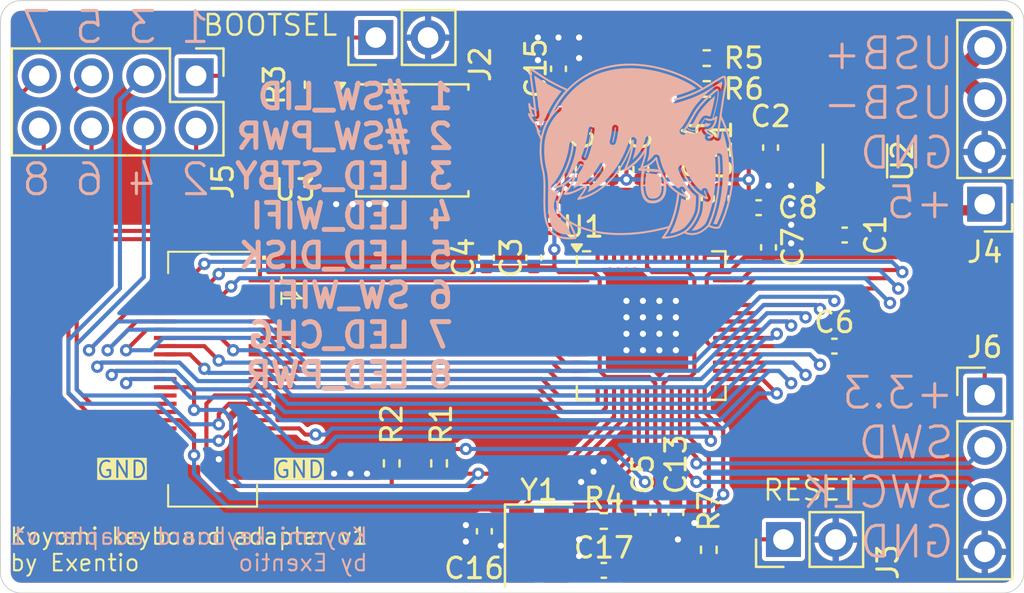
<source format=kicad_pcb>
(kicad_pcb (version 20240108) (generator "pcbnew") (generator_version "8.0")
  (layers (0 "F.Cu" signal) (31 "B.Cu" signal) (34 "B.Paste" user) (35 "F.Paste" user) (36 "B.SilkS" user "B.Silkscreen") (37 "F.SilkS" user "F.Silkscreen") (38 "B.Mask" user) (39 "F.Mask" user) (44 "Edge.Cuts" user))
  (net 0 "")
  (net 1 "GND")
  (net 2 "VBUS")
  (net 3 "+3V3")
  (net 4 "+1V1")
  (net 5 "XIN")
  (net 6 "Net-(C17-Pad1)")
  (net 7 "COL9")
  (net 8 "COL4")
  (net 9 "ROW6")
  (net 10 "COL13")
  (net 11 "COL11")
  (net 12 "ROW1")
  (net 13 "LED_PWR")
  (net 14 "SW_SP1")
  (net 15 "COL3")
  (net 16 "ROW2")
  (net 17 "SW_SP0")
  (net 18 "COL8")
  (net 19 "COL2")
  (net 20 "COL7")
  (net 21 "ROW0")
  (net 22 "SW_WIFI")
  (net 23 "LED_NUM")
  (net 24 "COL1")
  (net 25 "COL5")
  (net 26 "COL0")
  (net 27 "COL12")
  (net 28 "LED_SCRL")
  (net 29 "COL6")
  (net 30 "ROW4")
  (net 31 "LED_DISK")
  (net 32 "ROW7")
  (net 33 "COL14")
  (net 34 "LED_STBY")
  (net 35 "SW_LID")
  (net 36 "PS2_CLK")
  (net 37 "LED_WIFI")
  (net 39 "LED_CHG")
  (net 40 "SW_PWR")
  (net 41 "ROW3")
  (net 42 "ROW5")
  (net 43 "PS2_DAT")
  (net 44 "COL10")
  (net 45 "LED_CAPS")
  (net 46 "Net-(J2-Pin_1)")
  (net 47 "RUN")
  (net 48 "USB_DP")
  (net 49 "SWCLK")
  (net 50 "SWD")
  (net 51 "QSPI_SS")
  (net 52 "XOUT")
  (net 53 "Net-(U1-USB_DP)")
  (net 54 "Net-(U1-USB_DM)")
  (net 55 "QSPI_SD0")
  (net 56 "QSPI_SD3")
  (net 57 "QSPI_SD2")
  (net 58 "QSPI_SCLK")
  (net 59 "QSPI_SD1")
  (net 61 "USB_DN")
  (footprint "Capacitor_SMD:C_0402_1005Metric" (layer "F.Cu") (at 41.9 20.4 90)
    (property "Reference" "C10")
    (property "Value" "100nF" (hide yes))
  )
  (footprint "Connector_PinHeader_2.54mm:PinHeader_2x04_P2.54mm_Vertical" (layer "F.Cu") (at 21.7 15.86 -90)
    (property "Reference" "J5")
    (property "Value" "BREAKOUT" (hide yes))
  )
  (footprint "Capacitor_SMD:C_0402_1005Metric" (layer "F.Cu") (at 39.3 15.52 90)
    (property "Reference" "C15")
    (property "Value" "100nF" (hide yes))
  )
  (footprint "Package_TO_SOT_SMD:SOT-23-5" (layer "F.Cu") (at 53.7 20 90)
    (property "Reference" "U2")
    (property "Value" "AP2112K-3.3" (hide yes))
  )
  (footprint "Resistor_SMD:R_0402_1005Metric" (layer "F.Cu") (at 26.6 16.29 -90)
    (property "Reference" "R3")
    (property "Value" "4.7K" (hide yes))
  )
  (footprint "Package_DFN_QFN:QFN-56-1EP_7x7mm_P0.4mm_EP3.2x3.2mm" (layer "F.Cu") (at 43.8 28)
    (property "Reference" "U1")
    (property "Value" "RP2040" (hide yes))
  )
  (footprint "Capacitor_SMD:C_0402_1005Metric" (layer "F.Cu") (at 45.9 21.8 90)
    (property "Reference" "C14")
    (property "Value" "1uF" (hide yes))
  )
  (footprint "Capacitor_SMD:C_0402_1005Metric" (layer "F.Cu") (at 49.02 22.27)
    (property "Reference" "C8")
    (property "Value" "100nF" (hide yes))
  )
  (footprint "Crystal:Crystal_SMD_3225-4Pin_3.2x2.5mm" (layer "F.Cu") (at 38.35 38.7 -90)
    (property "Reference" "Y1")
    (property "Value" "ABM8-272-T3" (hide yes))
  )
  (footprint "Capacitor_SMD:C_0402_1005Metric" (layer "F.Cu") (at 47.2 21.82 90)
    (property "Reference" "C11")
    (property "Value" "1uF" (hide yes))
  )
  (footprint "Capacitor_SMD:C_0402_1005Metric" (layer "F.Cu") (at 40.5 20.38 90)
    (property "Reference" "C12")
    (property "Value" "100nF" (hide yes))
  )
  (footprint "Capacitor_SMD:C_0402_1005Metric" (layer "F.Cu") (at 38.1 24.7 90)
    (property "Reference" "C3")
    (property "Value" "100nF" (hide yes))
  )
  (footprint "Capacitor_SMD:C_0402_1005Metric" (layer "F.Cu") (at 53.2 23.6)
    (property "Reference" "C1")
    (property "Value" "1uF" (hide yes))
  )
  (footprint "Capacitor_SMD:C_0402_1005Metric" (layer "F.Cu") (at 45 37.1 -90)
    (property "Reference" "C13")
    (property "Value" "100nF" (hide yes))
  )
  (footprint "Resistor_SMD:R_0402_1005Metric" (layer "F.Cu") (at 46.6 38.9 -90)
    (property "Reference" "R7")
    (property "Value" "4.7K" (hide yes))
  )
  (footprint "Resistor_SMD:R_0402_1005Metric" (layer "F.Cu") (at 46.5 15)
    (property "Reference" "R5")
    (property "Value" "27" (hide yes))
  )
  (footprint "Capacitor_SMD:C_0402_1005Metric" (layer "F.Cu") (at 49.6 19.35 -90)
    (property "Reference" "C2")
    (property "Value" "1uF" (hide yes))
  )
  (footprint "Package_SO:SOIC-8_5.23x5.23mm_P1.27mm" (layer "F.Cu") (at 32.2 19)
    (property "Reference" "U3")
    (property "Value" "W25Q128JVS" (hide yes))
  )
  (footprint "Capacitor_SMD:C_0402_1005Metric" (layer "F.Cu") (at 43.3 20.4 90)
    (property "Reference" "C9")
    (property "Value" "100nF" (hide yes))
  )
  (footprint "Capacitor_SMD:C_0402_1005Metric" (layer "F.Cu") (at 52.7 29)
    (property "Reference" "C6")
    (property "Value" "100nF" (hide yes))
  )
  (footprint "Connector_PinHeader_2.54mm:PinHeader_1x02_P2.54mm_Vertical" (layer "F.Cu") (at 50.225 38.4 90)
    (property "Reference" "J3")
    (property "Value" "RUN" (hide yes))
  )
  (footprint "AXK750147G:AXK750147G_VAIO-P" (layer "F.Cu") (at 22.4999 30.6 -90)
    (property "Reference" "J1")
    (property "Value" "AXK750147G_VAIO-P" (hide yes))
  )
  (footprint "Resistor_SMD:R_0402_1005Metric" (layer "F.Cu") (at 46.5 16.5)
    (property "Reference" "R6")
    (property "Value" "27" (hide yes))
  )
  (footprint "Capacitor_SMD:C_0402_1005Metric" (layer "F.Cu") (at 49.5 24.2 90)
    (property "Reference" "C7")
    (property "Value" "100nF" (hide yes))
  )
  (footprint "Connector_PinHeader_2.54mm:PinHeader_1x02_P2.54mm_Vertical" (layer "F.Cu") (at 30.425 14 90)
    (property "Reference" "J2")
    (property "Value" "BOOTSEL" (hide yes))
  )
  (footprint "Capacitor_SMD:C_0402_1005Metric" (layer "F.Cu") (at 35.8 24.7 90)
    (property "Reference" "C4")
    (property "Value" "100nF" (hide yes))
  )
  (footprint "Resistor_SMD:R_0402_1005Metric" (layer "F.Cu") (at 31.2 34.7 -90)
    (property "Reference" "R2")
    (property "Value" "4.7K" (hide yes))
  )
  (footprint "Capacitor_SMD:C_0402_1005Metric" (layer "F.Cu") (at 43.4 37.1 -90)
    (property "Reference" "C5")
    (property "Value" "100nF" (hide yes))
  )
  (footprint "Connector_PinHeader_2.54mm:PinHeader_1x04_P2.54mm_Vertical" (layer "F.Cu") (at 60 31.38)
    (property "Reference" "J6")
    (property "Value" "SWD" (hide yes))
  )
  (footprint "Capacitor_SMD:C_0402_1005Metric" (layer "F.Cu") (at 35.7 38 -90)
    (property "Reference" "C16")
    (property "Value" "15pF" (hide yes))
  )
  (footprint "Resistor_SMD:R_0402_1005Metric" (layer "F.Cu") (at 41.5 37.5)
    (property "Reference" "R4")
    (property "Value" "4.7K" (hide yes))
  )
  (footprint "Resistor_SMD:R_0402_1005Metric" (layer "F.Cu") (at 33.5 34.7 90)
    (property "Reference" "R1")
    (property "Value" "4.7K" (hide yes))
  )
  (footprint "Capacitor_SMD:C_0402_1005Metric" (layer "F.Cu") (at 41.5 39.9)
    (property "Reference" "C17")
    (property "Value" "15pF" (hide yes))
  )
  (footprint "Connector_PinHeader_2.54mm:PinHeader_1x04_P2.54mm_Vertical" (layer "F.Cu") (at 60 22.1 180)
    (property "Reference" "J4")
    (property "Value" "USB" (hide yes))
  )
  (footprint "exentio_art:exentio_blob_nocopper" (layer "B.Cu") (at 42.8 19.5 180)
    (property "Reference" "REF**" (hide yes))
    (property "Value" "blob" (hide yes))
  )
  (gr_line (start 13.2 12.2) (end 60.9 12.2) (stroke (width 0.05)) (layer "Edge.Cuts"))
  (gr_line (start 60.9 41) (end 13.2 41) (stroke (width 0.05)) (layer "Edge.Cuts"))
  (gr_arc (start 60.9 12.2) (mid 61.607107 12.492893) (end 61.9 13.2) (stroke (width 0.05)) (layer "Edge.Cuts"))
  (gr_line (start 12.2 40) (end 12.2 13.2) (stroke (width 0.05)) (layer "Edge.Cuts"))
  (gr_line (start 61.9 13.2) (end 61.9 40) (stroke (width 0.05)) (layer "Edge.Cuts"))
  (gr_arc (start 61.9 40) (mid 61.607107 40.707107) (end 60.9 41) (stroke (width 0.05)) (layer "Edge.Cuts"))
  (gr_arc (start 13.2 41) (mid 12.492893 40.707107) (end 12.2 40) (stroke (width 0.05)) (layer "Edge.Cuts"))
  (gr_arc (start 12.2 13.2) (mid 12.492893 12.492893) (end 13.2 12.2) (stroke (width 0.05)) (layer "Edge.Cuts"))
  (gr_text "1 3 5 7" (at 17.8 13.5 0) (layer "B.SilkS") (effects (font (size 1.5 1.5)) (justify mirror)))
  (gr_text "USB+\nUSB-\nGND\n+5" (at 58.6 22.9 0) (layer "B.SilkS") (effects (font (size 1.5 1.5)) (justify left bottom mirror)))
  (gr_text "2 4 6 8" (at 17.8 20.9 0) (layer "B.SilkS") (effects (font (size 1.5 1.5)) (justify mirror)))
  (gr_text "Koyomi keyboard adapter v1\nby Exentio" (at 30.1 40 0) (layer "B.SilkS") (effects (font (size 0.8 0.8) (thickness 0.1)) (justify left bottom mirror)))
  (gr_text "1 #SW_LID\n2 #SW_PWR\n3 LED_STBY\n4 LED_WIFI\n5 LED_DISK\n6 SW_WIFI\n7 LED_CHG\n8 LED_PWR" (at 34.3 31.1 0) (layer "B.SilkS") (effects (font (size 1.2 1.2) (thickness 0.24) (bold yes)) (justify left bottom mirror)))
  (gr_text "+3.3\nSWD\nSWCLK\nGND" (at 58.6 39.4 0) (layer "B.SilkS") (effects (font (size 1.5 1.5)) (justify left bottom mirror)))
  (gr_text "GND" (at 26.7 35 0) (layer "F.SilkS" knockout) (effects (font (size 0.8 0.8) (thickness 0.1))))
  (gr_text "RESET" (at 51.5 36 0) (layer "F.SilkS") (effects (font (size 1 1) (thickness 0.12))))
  (gr_text "GND" (at 18.1 35 0) (layer "F.SilkS" knockout) (effects (font (size 0.8 0.8) (thickness 0.1))))
  (gr_text "Koyomi keyboard adapter v1\nby Exentio" (at 12.6 40 0) (layer "F.SilkS") (effects (font (size 0.8 0.8) (thickness 0.1)) (justify left bottom)))
  (gr_text "BOOTSEL" (at 25.3 13.4 0) (layer "F.SilkS") (effects (font (size 1 1) (thickness 0.12))))
  (segment (start 39.3 37.1) (end 39.2 37) (width 0.2) (layer "F.Cu") (net 1))
  (via (at 45.1 38.4) (size 0.6) (drill 0.3) (layers "F.Cu" "B.Cu") (net 1))
  (via (at 40.4 35.6) (size 0.6) (drill 0.3) (layers "F.Cu" "B.Cu") (net 1))
  (via (at 50.6 23.1) (size 0.6) (drill 0.3) (layers "F.Cu" "B.Cu") (net 1))
  (via (at 30 35.2) (size 0.6) (drill 0.3) (layers "F.Cu" "B.Cu") (net 1))
  (via (at 30.9 22.1) (size 0.6) (drill 0.3) (layers "F.Cu" "B.Cu") (net 1))
  (via (at 30.1 22.1) (size 0.6) (drill 0.3) (layers "F.Cu" "B.Cu") (net 1))
  (via (at 50.6 24) (size 0.6) (drill 0.3) (layers "F.Cu" "B.Cu") (net 1))
  (via (at 41.5 34.6) (size 0.6) (drill 0.3) (layers "F.Cu" "B.Cu") (net 1))
  (via (at 38.3 14) (size 0.6) (drill 0.3) (layers "F.Cu" "B.Cu") (net 1))
  (via (at 49.5 21.2) (size 0.6) (drill 0.3) (layers "F.Cu" "B.Cu") (net 1))
  (via (at 42.6 28.4) (size 0.6) (drill 0.3) (layers "F.Cu" "B.Cu") (net 1))
  (via (at 43.4 27.6) (size 0.6) (drill 0.3) (layers "F.Cu" "B.Cu") (net 1))
  (via (at 43.4 28.4) (size 0.6) (drill 0.3) (layers "F.Cu" "B.Cu") (net 1))
  (via (at 43.4 26.8) (size 0.6) (drill 0.3) (layers "F.Cu" "B.Cu") (net 1))
  (via (at 29.2 35.2) (size 0.6) (drill 0.3) (layers "F.Cu" "B.Cu") (net 1))
  (via (at 43.4 29.2) (size 0.6) (drill 0.3) (layers "F.Cu" "B.Cu") (net 1))
  (via (at 28.5 22.1) (size 0.6) (drill 0.3) (layers "F.Cu" "B.Cu") (net 1))
  (via (at 34.8 37.7) (size 0.6) (drill 0.3) (layers "F.Cu" "B.Cu") (net 1))
  (via (at 44.2 28.4) (size 0.6) (drill 0.3) (layers "F.Cu" "B.Cu") (net 1))
  (via (at 38.3 15.1) (size 0.6) (drill 0.3) (layers "F.Cu" "B.Cu") (net 1))
  (via (at 45.9 37.6) (size 0.6) (drill 0.3) (layers "F.Cu" "B.Cu") (net 1))
  (via (at 40.3 14) (size 0.6) (drill 0.3) (layers "F.Cu" "B.Cu") (net 1))
  (via (at 45 26.8) (size 0.6) (drill 0.3) (layers "F.Cu" "B.Cu") (net 1))
  (via (at 45 28.4) (size 0.6) (drill 0.3) (layers "F.Cu" "B.Cu") (net 1))
  (via (at 36.5 38.7) (size 0.6) (drill 0.3) (layers "F.Cu" "B.Cu") (net 1))
  (via (at 42.6 26.8) (size 0.6) (drill 0.3) (layers "F.Cu" "B.Cu") (net 1))
  (via (at 45 27.6) (size 0.6) (drill 0.3) (layers "F.Cu" "B.Cu") (net 1))
  (via (at 41 35.1) (size 0.6) (drill 0.3) (layers "F.Cu" "B.Cu") (net 1))
  (via (at 50.6 22.1) (size 0.6) (drill 0.3) (layers "F.Cu" "B.Cu") (net 1))
  (via (at 42.6 29.2) (size 0.6) (drill 0.3) (layers "F.Cu" "B.Cu") (net 1))
  (via (at 28.4 35.2) (size 0.6) (drill 0.3) (layers "F.Cu" "B.Cu") (net 1))
  (via (at 39.3 14) (size 0.6) (drill 0.3) (layers "F.Cu" "B.Cu") (net 1))
  (via (at 44.2 26.8) (size 0.6) (drill 0.3) (layers "F.Cu" "B.Cu") (net 1))
  (via (at 42.6 27.6) (size 0.6) (drill 0.3) (layers "F.Cu" "B.Cu") (net 1))
  (via (at 50.6 21.2) (size 0.6) (drill 0.3) (layers "F.Cu" "B.Cu") (net 1))
  (via (at 44.2 29.2) (size 0.6) (drill 0.3) (layers "F.Cu" "B.Cu") (net 1))
  (via (at 40.3 38.4) (size 0.6) (drill 0.3) (layers "F.Cu" "B.Cu") (net 1))
  (via (at 45 29.2) (size 0.6) (drill 0.3) (layers "F.Cu" "B.Cu") (net 1))
  (via (at 44.2 27.6) (size 0.6) (drill 0.3) (layers "F.Cu" "B.Cu") (net 1))
  (via (at 22.8 34.5) (size 0.6) (drill 0.3) (layers "F.Cu" "B.Cu") (net 1))
  (via (at 40.3 15) (size 0.6) (drill 0.3) (layers "F.Cu" "B.Cu") (net 1))
  (via (at 29.3 22.1) (size 0.6) (drill 0.3) (layers "F.Cu" "B.Cu") (net 1))
  (via (at 40.3 39.2) (size 0.6) (drill 0.3) (layers "F.Cu" "B.Cu") (net 1))
  (via (at 34.8 38.5) (size 0.6) (drill 0.3) (layers "F.Cu" "B.Cu") (net 1))
  (segment (start 52.72 22.4) (end 52.72 21.1675) (width 0.5) (layer "F.Cu") (net 2))
  (segment (start 54.1 22.4) (end 52.72 22.4) (width 0.5) (layer "F.Cu") (net 2))
  (segment (start 54.1 22.4) (end 59.78 22.4) (width 0.5) (layer "F.Cu") (net 2))
  (segment (start 52.72 23.6) (end 52.72 22.4) (width 0.5) (layer "F.Cu") (net 2))
  (segment (start 59.78 22.4) (end 60 22.18) (width 0.5) (layer "F.Cu") (net 2))
  (segment (start 54.65 21.1375) (end 54.65 22.4) (width 0.5) (layer "F.Cu") (net 2))
  (segment (start 54.4 22.4) (end 54.1 22.4) (width 0.5) (layer "F.Cu") (net 2))
  (segment (start 44 31.4375) (end 44 35.6) (width 0.2) (layer "F.Cu") (net 3))
  (segment (start 40.3625 25.4) (end 41 25.4) (width 0.2) (layer "F.Cu") (net 3))
  (segment (start 47.1 22.3) (end 48.51 22.3) (width 0.2) (layer "F.Cu") (net 3))
  (segment (start 47.2375 25.4) (end 47.6 25.4) (width 0.2) (layer "F.Cu") (net 3))
  (segment (start 43.3 21.3) (end 43.3 20.88) (width 0.2) (layer "F.Cu") (net 3))
  (segment (start 44 35.6) (end 43.5 35.6) (width 0.2) (layer "F.Cu") (net 3))
  (segment (start 39.32 25.4) (end 39.1 25.18) (width 0.2) (layer "F.Cu") (net 3))
  (segment (start 28.8 34.6) (end 29.2 34.2) (width 0.2) (layer "F.Cu") (net 3))
  (segment (start 46.49 39.3) (end 46.6 39.41) (width 0.2) (layer "F.Cu") (net 3))
  (segment (start 34.29 34) (end 34.8 34) (width 0.2) (layer "F.Cu") (net 3))
  (segment (start 44 36.02) (end 43.4 36.62) (width 0.2) (layer "F.Cu") (net 3))
  (segment (start 60 28.2) (end 60 31.38) (width 0.2) (layer "F.Cu") (net 3))
  (segment (start 44 31.4375) (end 44 30.8) (width 0.2) (layer "F.Cu") (net 3))
  (segment (start 42.6 18.2) (end 41.495 17.095) (width 0.2) (layer "F.Cu") (net 3))
  (segment (start 43.7 30.5) (end 41.6 30.5) (width 0.2) (layer "F.Cu") (net 3))
  (segment (start 29.2 34.2) (end 34.09 34.2) (width 0.2) (layer "F.Cu") (net 3))
  (segment (start 42.1 21.4) (end 42.8 21.4) (width 0.2) (layer "F.Cu") (net 3))
  (segment (start 48.54 23.26) (end 48.54 22.27) (width 0.2) (layer "F.Cu") (net 3))
  (segment (start 49.13 18.87) (end 49.6 18.87) (width 0.2) (layer "F.Cu") (net 3))
  (segment (start 47.2375 29) (end 52.22 29) (width 0.2) (layer "F.Cu") (net 3))
  (segment (start 44 35.7) (end 44 36.02) (width 0.2) (layer "F.Cu") (net 3))
  (segment (start 44.2 36.7) (end 44.2 38.5) (width 0.2) (layer "F.Cu") (net 3))
  (segment (start 48.54 20.9) (end 48.54 19.46) (width 0.2) (layer "F.Cu") (net 3))
  (segment (start 42.58 20.88) (end 41.9 20.88) (width 0.2) (layer "F.Cu") (net 3))
  (segment (start 48.51 22.3) (end 48.54 22.27) (width 0.2) (layer "F.Cu") (net 3))
  (segment (start 44.4 22.4) (end 44.4 24.5625) (width 0.2) (layer "F.Cu") (net 3))
  (segment (start 34.09 34.2) (end 34.29 34) (width 0.2) (layer "F.Cu") (net 3))
  (segment (start 44 36.5) (end 44.2 36.7) (width 0.2) (layer "F.Cu") (net 3))
  (segment (start 41.495 17.095) (end 39.3 17.095) (width 0.2) (layer "F.Cu") (net 3))
  (segment (start 47.2375 25.4) (end 47.2375 24.5625) (width 0.2) (layer "F.Cu") (net 3))
  (segment (start 42.62 20.88) (end 42.6 20.9) (width 0.2) (layer "F.Cu") (net 3))
  (segment (start 48.54 19.46) (end 49.13 18.87) (width 0.2) (layer "F.Cu") (net 3))
  (segment (start 56.48 24.68) (end 60 28.2) (width 0.2) (layer "F.Cu") (net 3))
  (segment (start 24.8 34.2) (end 25.6 34.2) (width 0.2) (layer "F.Cu") (net 3))
  (segment (start 39.1 25.18) (end 38.1 25.18) (width 0.2) (layer "F.Cu") (net 3))
  (segment (start 47.6 25.4) (end 48.32 24.68) (width 0.2) (layer "F.Cu") (net 3))
  (segment (start 38.1 25.18) (end 35.8 25.18) (width 0.2) (layer "F.Cu") (net 3))
  (segment (start 39.1 24.3) (end 39.1 25.18) (width 0.2) (layer "F.Cu") (net 3))
  (segment (start 42.6 20.9) (end 42.58 20.88) (width 0.2) (layer "F.Cu") (net 3))
  (segment (start 48.6 22.33) (end 48.54 22.27) (width 0.2) (layer "F.Cu") (net 3))
  (segment (start 45 39.3) (end 46.49 39.3) (width 0.2) (layer "F.Cu") (net 3))
  (segment (start 49.6075 18.8625) (end 49.6 18.87) (width 0.5) (layer "F.Cu") (net 3))
  (segment (start 39.3 17.095) (end 38.3 17.095) (width 0.2) (layer "F.Cu") (net 3))
  (segment (start 44 30.8) (end 43.7 30.5) (width 0.2) (layer "F.Cu") (net 3))
  (segment (start 46 23.4) (end 47.1 22.3) (width 0.2) (layer "F.Cu") (net 3))
  (segment (start 41 25.4) (end 41.3 25.7) (width 0.2) (layer "F.Cu") (net 3))
  (segment (start 42.6 20.9) (end 42.6 18.2) (width 0.2) (layer "F.Cu") (net 3))
  (segment (start 44.4 22.4) (end 43.3 21.3) (width 0.2) (layer "F.Cu") (net 3))
  (segment (start 41.9 21.2) (end 42.1 21.4) (width 0.2) (layer "F.Cu") (net 3))
  (segment (start 47.2375 25.4) (end 46.70364 25.4) (width 0.2) (layer "F.Cu") (net 3))
  (segment (start 46.5 25.60364) (end 46.5 28.79636) (width 0.2) (layer "F.Cu") (net 3))
  (segment (start 46.70364 29) (end 47.2375 29) (width 0.2) (layer "F.Cu") (net 3))
  (segment (start 39.3 16) (end 39.3 17.095) (width 0.2) (layer "F.Cu") (net 3))
  (segment (start 41.9 20.88) (end 41.9 21.2) (width 0.2) (layer "F.Cu") (net 3))
  (segment (start 40.3625 25.4) (end 39.32 25.4) (width 0.2) (layer "F.Cu") (net 3))
  (segment (start 44 24.5625) (end 44 22.6) (width 0.2) (layer "F.Cu") (net 3))
  (segment (start 41.3 25.7) (end 41.3 29.3) (width 0.2) (layer "F.Cu") (net 3))
  (segment (start 41.3 29) (end 40.3625 29) (width 0.2) (layer "F.Cu") (net 3))
  (segment (start 38.3 17.095) (end 35.8 17.095) (width 0.2) (layer "F.Cu") (net 3))
  (segment (start 44.2 38.5) (end 45 39.3) (width 0.2) (layer "F.Cu") (net 3))
  (segment (start 47.2375 24.5625) (end 48.54 23.26) (width 0.2) (layer "F.Cu") (net 3))
  (segment (start 25.6 34.2) (end 26 34.6) (width 0.2) (layer "F.Cu") (net 3))
  (segment (start 49.5 24.68) (end 56.48 24.68) (width 0.2) (layer "F.Cu") (net 3))
  (segment (start 52.75 18.8625) (end 49.6075 18.8625) (width 0.5) (layer "F.Cu") (net 3))
  (segment (start 46 24.5625) (end 46 23.4) (width 0.2) (layer "F.Cu") (net 3))
  (segment (start 46.4 24.5625) (end 47.2375 24.5625) (width 0.2) (layer "F.Cu") (net 3))
  (segment (start 48.32 24.68) (end 49.5 24.68) (width 0.2) (layer "F.Cu") (net 3))
  (segment (start 41.6 30.5) (end 41.45 30.35) (width 0.2) (layer "F.Cu") (net 3))
  (segment (start 42.8 21.4) (end 44 22.6) (width 0.2) (layer "F.Cu") (net 3))
  (segment (start 26 34.6) (end 28.8 34.6) (width 0.2) (layer "F.Cu") (net 3))
  (segment (start 24.8 33.8) (end 24.8 34.2) (width 0.2) (layer "F.Cu") (net 3))
  (segment (start 41.3 29.3) (end 41.3 29) (width 0.2) (layer "F.Cu") (net 3))
  (segment (start 44 35.6) (end 44 35.7) (width 0.2) (layer "F.Cu") (net 3))
  (segment (start 48.54 20.9) (end 48.54 22.27) (width 0.2) (layer "F.Cu") (net 3))
  (segment (start 41.3 30.2) (end 41.3 29.3) (width 0.2) (layer "F.Cu") (net 3))
  (segment (start 46.5 28.79636) (end 46.70364 29) (width 0.2) (layer "F.Cu") (net 3))
  (segment (start 41.45 30.35) (end 41.3 30.2) (width 0.2) (layer "F.Cu") (net 3))
  (segment (start 43.3 20.88) (end 42.62 20.88) (width 0.2) (layer "F.Cu") (net 3))
  (segment (start 44 35.7) (end 44 36.5) (width 0.2) (layer "F.Cu") (net 3))
  (segment (start 46.70364 25.4) (end 46.5 25.60364) (width 0.2) (layer "F.Cu") (net 3))
  (via (at 34.8 34) (size 0.6) (drill 0.3) (layers "F.Cu" "B.Cu") (net 3))
  (via (at 43.5 35.6) (size 0.6) (drill 0.3) (layers "F.Cu" "B.Cu") (net 3))
  (via (at 48.54 20.9) (size 0.6) (drill 0.3) (layers "F.Cu" "B.Cu") (net 3))
  (via (at 39.1 24.3) (size 0.6) (drill 0.3) (layers "F.Cu" "B.Cu") (net 3))
  (via (at 42.6 20.9) (size 0.6) (drill 0.3) (layers "F.Cu" "B.Cu") (net 3))
  (segment (start 41.9 34) (end 43.5 35.6) (width 0.2) (layer "B.Cu") (net 3))
  (segment (start 48.54 20.9) (end 42.6 20.9) (width 0.2) (layer "B.Cu") (net 3))
  (segment (start 39.1 21.6) (end 39.8 20.9) (width 0.2) (layer "B.Cu") (net 3))
  (segment (start 34.8 34) (end 41.9 34) (width 0.2) (layer "B.Cu") (net 3))
  (segment (start 39.1 24.3) (end 39.1 21.6) (width 0.2) (layer "B.Cu") (net 3))
  (segment (start 39.8 20.9) (end 42.6 20.9) (width 0.2) (layer "B.Cu") (net 3))
  (segment (start 44.7 30.5) (end 45.7 30.5) (width 0.2) (layer "F.Cu") (net 4))
  (segment (start 44.4 31.4375) (end 44.4 36.02) (width 0.2) (layer "F.Cu") (net 4))
  (segment (start 43.6 25.14818) (end 43.85182 25.4) (width 0.2) (layer "F.Cu") (net 4))
  (segment (start 45.6 22.38) (end 45.7 22.28) (width 0.2) (layer "F.Cu") (net 4))
  (segment (start 43.6 22.8) (end 42.6 21.8) (width 0.2) (layer "F.Cu") (net 4))
  (segment (start 44.4 31.4375) (end 44.4 30.8) (width 0.2) (layer "F.Cu") (net 4))
  (segment (start 41.6 21.8) (end 40.58 20.78) (width 0.2) (layer "F.Cu") (net 4))
  (segment (start 45.6 25.4) (end 45.6 24.5625) (width 0.2) (layer "F.Cu") (net 4))
  (segment (start 43.6 24.5625) (end 43.6 25.14818) (width 0.2) (layer "F.Cu") (net 4))
  (segment (start 45.9 30.3) (end 45.9 25.7) (width 0.2) (layer "F.Cu") (net 4))
  (segment (start 43.85182 25.4) (end 45.6 25.4) (width 0.2) (layer "F.Cu") (net 4))
  (segment (start 45.9 25.7) (end 45.6 25.4) (width 0.2) (layer "F.Cu") (net 4))
  (segment (start 45.6 24.5625) (end 45.6 22.38) (width 0.2) (layer "F.Cu") (net 4))
  (segment (start 43.6 24.5625) (end 43.6 22.8) (width 0.2) (layer "F.Cu") (net 4))
  (segment (start 42.6 21.8) (end 41.6 21.8) (width 0.2) (layer "F.Cu") (net 4))
  (segment (start 44.4 30.8) (end 44.7 30.5) (width 0.2) (layer "F.Cu") (net 4))
  (segment (start 44.4 36.02) (end 45 36.62) (width 0.2) (layer "F.Cu") (net 4))
  (segment (start 45.7 30.5) (end 45.9 30.3) (width 0.2) (layer "F.Cu") (net 4))
  (segment (start 40.9 36.3) (end 38.1 36.3) (width 0.2) (layer "F.Cu") (net 5))
  (segment (start 43.2 31.4375) (end 43.2 34) (width 0.2) (layer "F.Cu") (net 5))
  (segment (start 35.7 37.4) (end 37.3 37.4) (width 0.2) (layer "F.Cu") (net 5))
  (segment (start 43.2 34) (end 40.9 36.3) (width 0.2) (layer "F.Cu") (net 5))
  (segment (start 37.5 36.9) (end 37.5 37.6) (width 0.2) (layer "F.Cu") (net 5))
  (segment (start 38.1 36.3) (end 37.5 36.9) (width 0.2) (layer "F.Cu") (net 5))
  (segment (start 40.99 37.5) (end 40.99 39.87) (width 0.2) (layer "F.Cu") (net 6))
  (segment (start 41.02 39.9) (end 39.3 39.9) (width 0.2) (layer "F.Cu") (net 6))
  (segment (start 40.3625 30.6) (end 39.234314 30.6) (width 0.2) (layer "F.Cu") (net 7))
  (segment (start 39.234314 30.6) (end 38.834314 30.2) (width 0.2) (layer "F.Cu") (net 7))
  (segment (start 38.834314 30.2) (end 24.8002 30.2) (width 0.2) (layer "F.Cu") (net 7))
  (segment (start 24.8002 30.2) (end 24.8 30.1998) (width 0.2) (layer "F.Cu") (net 7))
  (segment (start 22.8 29.7) (end 22.1 29) (width 0.2) (layer "F.Cu") (net 8))
  (segment (start 49.7 28.6) (end 49.9 28.4) (width 0.2) (layer "F.Cu") (net 8))
  (segment (start 22.1 29) (end 20.1997 29) (width 0.2) (layer "F.Cu") (net 8))
  (segment (start 47.2375 28.6) (end 49.7 28.6) (width 0.2) (layer "F.Cu") (net 8))
  (via (at 22.8 29.7) (size 0.6) (drill 0.3) (layers "F.Cu" "B.Cu") (net 8))
  (via (at 49.9 28.4) (size 0.6) (drill 0.3) (layers "F.Cu" "B.Cu") (net 8))
  (segment (start 49.667157 28.632843) (end 49.9 28.4) (width 0.2) (layer "B.Cu") (net 8))
  (segment (start 49.332843 28.632843) (end 49.667157 28.632843) (width 0.2) (layer "B.Cu") (net 8))
  (segment (start 26.337256 31.4) (end 46.565686 31.4) (width 0.2) (layer "B.Cu") (net 8))
  (segment (start 22.9 29.8) (end 24.737256 29.8) (width 0.2) (layer "B.Cu") (net 8))
  (segment (start 46.565686 31.4) (end 49.332843 28.632843) (width 0.2) (layer "B.Cu") (net 8))
  (segment (start 22.8 29.7) (end 22.9 29.8) (width 0.2) (layer "B.Cu") (net 8))
  (segment (start 24.737256 29.8) (end 26.337256 31.4) (width 0.2) (layer "B.Cu") (net 8))
  (segment (start 48.5 26.6) (end 47.2375 26.6) (width 0.2) (layer "F.Cu") (net 9))
  (segment (start 23.4 26.1) (end 22.4998 27.0002) (width 0.2) (layer "F.Cu") (net 9))
  (segment (start 22.4998 27.0002) (end 20.1998 27.0002) (width 0.2) (layer "F.Cu") (net 9))
  (segment (start 48.9 26.2) (end 48.5 26.6) (width 0.2) (layer "F.Cu") (net 9))
  (segment (start 54.7 26.2) (end 48.9 26.2) (width 0.2) (layer "F.Cu") (net 9))
  (segment (start 55.4 26.9) (end 54.7 26.2) (width 0.2) (layer "F.Cu") (net 9))
  (via (at 55.4 26.9) (size 0.6) (drill 0.3) (layers "F.Cu" "B.Cu") (net 9))
  (via (at 23.4 26.1) (size 0.6) (drill 0.3) (layers "F.Cu" "B.Cu") (net 9))
  (segment (start 23.8 25.7) (end 23.4 26.1) (width 0.2) (layer "B.Cu") (net 9))
  (segment (start 55.4 26.9) (end 54.2 25.7) (width 0.2) (layer "B.Cu") (net 9))
  (segment (start 54.2 25.7) (end 23.8 25.7) (width 0.2) (layer "B.Cu") (net 9))
  (segment (start 24.7999 25.8) (end 24.7999 24.5999) (width 0.2) (layer "F.Cu") (net 10))
  (segment (start 40.3625 25.8) (end 24.7999 25.8) (width 0.2) (layer "F.Cu") (net 10))
  (segment (start 20.6 24.2) (end 20.1999 24.6001) (width 0.2) (layer "F.Cu") (net 10))
  (segment (start 24.4 24.2) (end 20.6 24.2) (width 0.2) (layer "F.Cu") (net 10))
  (segment (start 20.1999 24.6001) (end 20.1999 25.8) (width 0.2) (layer "F.Cu") (net 10))
  (segment (start 24.7999 24.5999) (end 24.4 24.2) (width 0.2) (layer "F.Cu") (net 10))
  (segment (start 39.4 30.2) (end 39 29.8) (width 0.2) (layer "F.Cu") (net 11))
  (segment (start 40.3625 30.2) (end 39.4 30.2) (width 0.2) (layer "F.Cu") (net 11))
  (segment (start 39 29.8) (end 24.8 29.8) (width 0.2) (layer "F.Cu") (net 11))
  (segment (start 22.9 28.6) (end 20.1997 28.6) (width 0.2) (layer "F.Cu") (net 12))
  (segment (start 23.5 29.2) (end 22.9 28.6) (width 0.2) (layer "F.Cu") (net 12))
  (segment (start 49.2 28.2) (end 47.2375 28.2) (width 0.2) (layer "F.Cu") (net 12))
  (segment (start 50.6 28) (end 50.4 27.8) (width 0.2) (layer "F.Cu") (net 12))
  (segment (start 49.6 27.8) (end 49.2 28.2) (width 0.2) (layer "F.Cu") (net 12))
  (segment (start 50.4 27.8) (end 49.6 27.8) (width 0.2) (layer "F.Cu") (net 12))
  (via (at 50.6 28) (size 0.6) (drill 0.3) (layers "F.Cu" "B.Cu") (net 12))
  (via (at 23.5 29.2) (size 0.6) (drill 0.3) (layers "F.Cu" "B.Cu") (net 12))
  (segment (start 23.5 29.2) (end 24.702942 29.2) (width 0.2) (layer "B.Cu") (net 12))
  (segment (start 49.548529 27.851471) (end 49.548529 27.848529) (width 0.2) (layer "B.Cu") (net 12))
  (segment (start 49.548529 27.848529) (end 49.597058 27.8) (width 0.2) (layer "B.Cu") (net 12))
  (segment (start 24.702942 29.2) (end 26.502942 31) (width 0.2) (layer "B.Cu") (net 12))
  (segment (start 26.502942 31) (end 46.4 31) (width 0.2) (layer "B.Cu") (net 12))
  (segment (start 46.4 31) (end 49.548529 27.851471) (width 0.2) (layer "B.Cu") (net 12))
  (segment (start 50.4 27.8) (end 50.6 28) (width 0.2) (layer "B.Cu") (net 12))
  (segment (start 49.597058 27.8) (end 50.4 27.8) (width 0.2) (layer "B.Cu") (net 12))
  (segment (start 16.234314 33.8) (end 20.1996 33.8) (width 0.2) (layer "F.Cu") (net 13))
  (segment (start 20.1996 33.8) (end 20.1998 33.8002) (width 0.2) (layer "F.Cu") (net 13))
  (segment (start 14.08 18.4) (end 14.3 18.62) (width 0.2) (layer "F.Cu") (net 13))
  (segment (start 14.3 31.865686) (end 16.234314 33.8) (width 0.2) (layer "F.Cu") (net 13))
  (segment (start 14.3 18.62) (end 14.3 31.865686) (width 0.2) (layer "F.Cu") (net 13))
  (segment (start 27 33.3) (end 26.7001 33.0001) (width 0.2) (layer "F.Cu") (net 14))
  (segment (start 26.7001 33.0001) (end 24.8 33.0001) (width 0.2) (layer "F.Cu") (net 14))
  (segment (start 49.2001 30.6001) (end 47.2997 30.6001) (width 0.2) (layer "F.Cu") (net 14))
  (segment (start 27.5 33.3) (end 27 33.3) (width 0.2) (layer "F.Cu") (net 14))
  (segment (start 49.9 31.3) (end 49.2001 30.6001) (width 0.2) (layer "F.Cu") (net 14))
  (via (at 49.9 31.3) (size 0.6) (drill 0.3) (layers "F.Cu" "B.Cu") (net 14))
  (via (at 27.5 33.3) (size 0.6) (drill 0.3) (layers "F.Cu" "B.Cu") (net 14))
  (segment (start 48.997058 31.3) (end 49.9 31.3) (width 0.2) (layer "B.Cu") (net 14))
  (segment (start 28 33.3) (end 28.3 33) (width 0.2) (layer "B.Cu") (net 14))
  (segment (start 28.3 33) (end 47.297058 33) (width 0.2) (layer "B.Cu") (net 14))
  (segment (start 47.297058 33) (end 48.997058 31.3) (width 0.2) (layer "B.Cu") (net 14))
  (segment (start 27.5 33.3) (end 28 33.3) (width 0.2) (layer "B.Cu") (net 14))
  (segment (start 39.8 29.4) (end 39.4 29) (width 0.2) (layer "F.Cu") (net 15))
  (segment (start 40.3625 29.4) (end 39.8 29.4) (width 0.2) (layer "F.Cu") (net 15))
  (segment (start 24.8001 29) (end 39.4 29) (width 0.2) (layer "F.Cu") (net 15))
  (segment (start 24.8 28.9999) (end 24.8001 29) (width 0.2) (layer "F.Cu") (net 15))
  (segment (start 24.8 27.8) (end 40.3625 27.8) (width 0.2) (layer "F.Cu") (net 16))
  (segment (start 47.3 36.2) (end 47.3 33.1) (width 0.2) (layer "F.Cu") (net 17))
  (segment (start 21.6 33.3) (end 21.6 34.3) (width 0.2) (layer "F.Cu") (net 17))
  (segment (start 46.4 32.2) (end 46.4 31.4375) (width 0.2) (layer "F.Cu") (net 17))
  (segment (start 47.3 33.1) (end 46.4 32.2) (width 0.2) (layer "F.Cu") (net 17))
  (segment (start 20.1998 32.6001) (end 20.9001 32.6001) (width 0.2) (layer "F.Cu") (net 17))
  (segment (start 21.2 32.9) (end 21.6 33.3) (width 0.2) (layer "F.Cu") (net 17))
  (segment (start 20.9001 32.6001) (end 21.2 32.9) (width 0.2) (layer "F.Cu") (net 17))
  (via (at 47.3 36.2) (size 0.6) (drill 0.3) (layers "F.Cu" "B.Cu") (net 17))
  (via (at 21.6 34.3) (size 0.6) (drill 0.3) (layers "F.Cu" "B.Cu") (net 17))
  (segment (start 46.7 36.8) (end 23.2 36.8) (width 0.2) (layer "B.Cu") (net 17))
  (segment (start 23.2 36.8) (end 21.6 35.2) (width 0.2) (layer "B.Cu") (net 17))
  (segment (start 21.6 35.2) (end 21.6 34.3) (width 0.2) (layer "B.Cu") (net 17))
  (segment (start 47.3 36.2) (end 46.7 36.8) (width 0.2) (layer "B.Cu") (net 17))
  (segment (start 55.9 25.3) (end 48.668628 25.3) (width 0.2) (layer "F.Cu") (net 18))
  (segment (start 48.168628 25.8) (end 47.2375 25.8) (width 0.2) (layer "F.Cu") (net 18))
  (segment (start 22.1 25) (end 20.8999 26.2001) (width 0.2) (layer "F.Cu") (net 18))
  (segment (start 48.668628 25.3) (end 48.168628 25.8) (width 0.2) (layer "F.Cu") (net 18))
  (segment (start 20.8999 26.2001) (end 20.1998 26.2001) (width 0.2) (layer "F.Cu") (net 18))
  (segment (start 56 25.4) (end 55.9 25.3) (width 0.2) (layer "F.Cu") (net 18))
  (via (at 22.1 25) (size 0.6) (drill 0.3) (layers "F.Cu" "B.Cu") (net 18))
  (via (at 56 25.4) (size 0.6) (drill 0.3) (layers "F.Cu" "B.Cu") (net 18))
  (segment (start 55.5 24.9) (end 22.2 24.9) (width 0.2) (layer "B.Cu") (net 18))
  (segment (start 56 25.4) (end 55.5 24.9) (width 0.2) (layer "B.Cu") (net 18))
  (segment (start 22.2 24.9) (end 22.1 25) (width 0.2) (layer "B.Cu") (net 18))
  (segment (start 24.8002 28.6) (end 24.8 28.5998) (width 0.2) (layer "F.Cu") (net 19))
  (segment (start 40.3625 28.6) (end 24.8002 28.6) (width 0.2) (layer "F.Cu") (net 19))
  (segment (start 24.8 26.5999) (end 40.3624 26.5999) (width 0.2) (layer "F.Cu") (net 20))
  (segment (start 40.3624 26.5999) (end 40.3625 26.6) (width 0.2) (layer "F.Cu") (net 20))
  (segment (start 49.268628 27) (end 48.868628 27.4) (width 0.2) (layer "F.Cu") (net 21))
  (segment (start 20.2003 27.8) (end 18.8 27.8) (width 0.2) (layer "F.Cu") (net 21))
  (segment (start 48.868628 27.4) (end 47.2375 27.4) (width 0.2) (layer "F.Cu") (net 21))
  (segment (start 52 27.2) (end 51.8 27) (width 0.2) (layer "F.Cu") (net 21))
  (segment (start 18.8 27.8) (end 17.4 29.2) (width 0.2) (layer "F.Cu") (net 21))
  (segment (start 51.8 27) (end 49.268628 27) (width 0.2) (layer "F.Cu") (net 21))
  (via (at 52 27.2) (size 0.6) (drill 0.3) (layers "F.Cu" "B.Cu") (net 21))
  (via (at 17.4 29.2) (size 0.6) (drill 0.3) (layers "F.Cu" "B.Cu") (net 21))
  (segment (start 17.4 29.2) (end 18.4 28.2) (width 0.2) (layer "B.Cu") (net 21))
  (segment (start 24.834314 28.2) (end 26.834314 30.2) (width 0.2) (layer "B.Cu") (net 21))
  (segment (start 26.834314 30.2) (end 46.065686 30.2) (width 0.2) (layer "B.Cu") (net 21))
  (segment (start 49.265686 27) (end 51.8 27) (width 0.2) (layer "B.Cu") (net 21))
  (segment (start 46.065686 30.2) (end 49.265686 27) (width 0.2) (layer "B.Cu") (net 21))
  (segment (start 18.4 28.2) (end 24.834314 28.2) (width 0.2) (layer "B.Cu") (net 21))
  (segment (start 51.8 27) (end 52 27.2) (width 0.2) (layer "B.Cu") (net 21))
  (segment (start 17.6001 33.0001) (end 20.1998 33.0001) (width 0.2) (layer "F.Cu") (net 22))
  (segment (start 15.1 24.268628) (end 15.1 31.465686) (width 0.2) (layer "F.Cu") (net 22))
  (segment (start 16.62 18.4) (end 16.62 22.748628) (width 0.2) (layer "F.Cu") (net 22))
  (segment (start 17.6 33) (end 17.6001 33.0001) (width 0.2) (layer "F.Cu") (net 22))
  (segment (start 16.634314 33) (end 17.6 33) (width 0.2) (layer "F.Cu") (net 22))
  (segment (start 15.1 31.465686) (end 16.634314 33) (width 0.2) (layer "F.Cu") (net 22))
  (segment (start 16.62 22.748628) (end 15.1 24.268628) (width 0.2) (layer "F.Cu") (net 22))
  (segment (start 41.6 31.4375) (end 41.6 32) (width 0.2) (layer "F.Cu") (net 23))
  (segment (start 38.2999 30.9999) (end 24.8 30.9999) (width 0.2) (layer "F.Cu") (net 23))
  (segment (start 39.5 32.2) (end 38.2999 30.9999) (width 0.2) (layer "F.Cu") (net 23))
  (segment (start 41.6 32) (end 41.4 32.2) (width 0.2) (layer "F.Cu") (net 23))
  (segment (start 41.4 32.2) (end 39.5 32.2) (width 0.2) (layer "F.Cu") (net 23))
  (segment (start 40.3624 26.9999) (end 40.3625 27) (width 0.2) (layer "F.Cu") (net 24))
  (segment (start 24.8 26.9999) (end 40.3624 26.9999) (width 0.2) (layer "F.Cu") (net 24))
  (segment (start 21.4001 29.4001) (end 20.1997 29.4001) (width 0.2) (layer "F.Cu") (net 25))
  (segment (start 52 29.9) (end 51.5 29.4) (width 0.2) (layer "F.Cu") (net 25))
  (segment (start 22.1 30.1) (end 21.4001 29.4001) (width 0.2) (layer "F.Cu") (net 25))
  (segment (start 51.5 29.4) (end 47.2375 29.4) (width 0.2) (layer "F.Cu") (net 25))
  (via (at 52 29.9) (size 0.6) (drill 0.3) (layers "F.Cu" "B.Cu") (net 25))
  (via (at 22.1 30.1) (size 0.6) (drill 0.3) (layers "F.Cu" "B.Cu") (net 25))
  (segment (start 22.3 30.3) (end 22.1 30.1) (width 0.2) (layer "B.Cu") (net 25))
  (segment (start 51.5 29.4) (end 49.2 29.4) (width 0.2) (layer "B.Cu") (net 25))
  (segment (start 26.17157 31.8) (end 24.67157 30.3) (width 0.2) (layer "B.Cu") (net 25))
  (segment (start 24.67157 30.3) (end 22.3 30.3) (width 0.2) (layer "B.Cu") (net 25))
  (segment (start 46.8 31.8) (end 26.17157 31.8) (width 0.2) (layer "B.Cu") (net 25))
  (segment (start 49.2 29.4) (end 46.8 31.8) (width 0.2) (layer "B.Cu") (net 25))
  (segment (start 52 29.9) (end 51.5 29.4) (width 0.2) (layer "B.Cu") (net 25))
  (segment (start 22.8 25.5) (end 21.6999 26.6001) (width 0.2) (layer "F.Cu") (net 26))
  (segment (start 48.834314 25.7) (end 48.334314 26.2) (width 0.2) (layer "F.Cu") (net 26))
  (segment (start 48.334314 26.2) (end 47.2375 26.2) (width 0.2) (layer "F.Cu") (net 26))
  (segment (start 55.3 25.7) (end 48.834314 25.7) (width 0.2) (layer "F.Cu") (net 26))
  (segment (start 55.8 26.2) (end 55.3 25.7) (width 0.2) (layer "F.Cu") (net 26))
  (segment (start 21.6999 26.6001) (end 20.1998 26.6001) (width 0.2) (layer "F.Cu") (net 26))
  (via (at 55.8 26.2) (size 0.6) (drill 0.3) (layers "F.Cu" "B.Cu") (net 26))
  (via (at 22.8 25.5) (size 0.6) (drill 0.3) (layers "F.Cu" "B.Cu") (net 26))
  (segment (start 23 25.3) (end 22.8 25.5) (width 0.2) (layer "B.Cu") (net 26))
  (segment (start 54.9 25.3) (end 23 25.3) (width 0.2) (layer "B.Cu") (net 26))
  (segment (start 55.8 26.2) (end 54.9 25.3) (width 0.2) (layer "B.Cu") (net 26))
  (segment (start 24.8001 26.2) (end 40.3625 26.2) (width 0.2) (layer "F.Cu") (net 27))
  (segment (start 24.8 26.2001) (end 24.8001 26.2) (width 0.2) (layer "F.Cu") (net 27))
  (segment (start 24.8002 30.6) (end 24.8 30.5998) (width 0.2) (layer "F.Cu") (net 28))
  (segment (start 41.2 31.4375) (end 41.2 31.4) (width 0.2) (layer "F.Cu") (net 28))
  (segment (start 38.5 30.6) (end 24.8002 30.6) (width 0.2) (layer "F.Cu") (net 28))
  (segment (start 39.3 31.4) (end 38.5 30.6) (width 0.2) (layer "F.Cu") (net 28))
  (segment (start 41.2 31.4) (end 39.3 31.4) (width 0.2) (layer "F.Cu") (net 28))
  (segment (start 39.2 29.4) (end 24.8 29.4) (width 0.2) (layer "F.Cu") (net 29))
  (segment (start 40.3625 29.8) (end 39.6 29.8) (width 0.2) (layer "F.Cu") (net 29))
  (segment (start 39.6 29.8) (end 39.2 29.4) (width 0.2) (layer "F.Cu") (net 29))
  (segment (start 51.3 27.6) (end 51.1 27.4) (width 0.2) (layer "F.Cu") (net 30))
  (segment (start 20.2003 28.2001) (end 19.3 28.2001) (width 0.2) (layer "F.Cu") (net 30))
  (segment (start 49.034314 27.8) (end 47.2375 27.8) (width 0.2) (layer "F.Cu") (net 30))
  (segment (start 19.3 28.2001) (end 18.3001 29.2) (width 0.2) (layer "F.Cu") (net 30))
  (segment (start 49.434314 27.4) (end 49.034314 27.8) (width 0.2) (layer "F.Cu") (net 30))
  (segment (start 51.1 27.4) (end 49.434314 27.4) (width 0.2) (layer "F.Cu") (net 30))
  (via (at 51.3 27.6) (size 0.6) (drill 0.3) (layers "F.Cu" "B.Cu") (net 30))
  (via (at 18.3001 29.2) (size 0.6) (drill 0.3) (layers "F.Cu" "B.Cu") (net 30))
  (segment (start 24.668628 28.6) (end 26.668628 30.6) (width 0.2) (layer "B.Cu") (net 30))
  (segment (start 19.5 29.2) (end 20.1 28.6) (width 0.2) (layer "B.Cu") (net 30))
  (segment (start 51.3 27.6) (end 51.1 27.4) (width 0.2) (layer "B.Cu") (net 30))
  (segment (start 49.431372 27.4) (end 46.231372 30.6) (width 0.2) (layer "B.Cu") (net 30))
  (segment (start 51.1 27.4) (end 49.431372 27.4) (width 0.2) (layer "B.Cu") (net 30))
  (segment (start 46.231372 30.6) (end 26.668628 30.6) (width 0.2) (layer "B.Cu") (net 30))
  (segment (start 20.1 28.6) (end 24.668628 28.6) (width 0.2) (layer "B.Cu") (net 30))
  (segment (start 18.3001 29.2) (end 19.5 29.2) (width 0.2) (layer "B.Cu") (net 30))
  (segment (start 16.62 15.86) (end 16.54 15.86) (width 0.2) (layer "F.Cu") (net 31))
  (segment (start 15.3 23.502942) (end 14.7 24.102942) (width 0.2) (layer "F.Cu") (net 31))
  (segment (start 14.7 24.102942) (end 14.7 31.7) (width 0.2) (layer "F.Cu") (net 31))
  (segment (start 16.4002 33.4002) (end 20.1998 33.4002) (width 0.2) (layer "F.Cu") (net 31))
  (segment (start 14.7 31.7) (end 16.4002 33.4002) (width 0.2) (layer "F.Cu") (net 31))
  (segment (start 16.54 15.86) (end 15.3 17.1) (width 0.2) (layer "F.Cu") (net 31))
  (segment (start 15.3 17.1) (end 15.3 23.502942) (width 0.2) (layer "F.Cu") (net 31))
  (segment (start 49.102942 26.6) (end 48.702942 27) (width 0.2) (layer "F.Cu") (net 32))
  (segment (start 18.3 27.4) (end 20.2003 27.4) (width 0.2) (layer "F.Cu") (net 32))
  (segment (start 16.5 29.2) (end 18.3 27.4) (width 0.2) (layer "F.Cu") (net 32))
  (segment (start 52.5 26.6) (end 49.102942 26.6) (width 0.2) (layer "F.Cu") (net 32))
  (segment (start 48.702942 27) (end 47.2375 27) (width 0.2) (layer "F.Cu") (net 32))
  (segment (start 52.7001 26.8001) (end 52.5 26.6) (width 0.2) (layer "F.Cu") (net 32))
  (via (at 52.7001 26.8001) (size 0.6) (drill 0.3) (layers "F.Cu" "B.Cu") (net 32))
  (via (at 16.5 29.2) (size 0.6) (drill 0.3) (layers "F.Cu" "B.Cu") (net 32))
  (segment (start 17.9 27.8) (end 25 27.8) (width 0.2) (layer "B.Cu") (net 32))
  (segment (start 16.5 29.2) (end 17.9 27.8) (width 0.2) (layer "B.Cu") (net 32))
  (segment (start 49.1 26.6) (end 52.5 26.6) (width 0.2) (layer "B.Cu") (net 32))
  (segment (start 45.9 29.8) (end 49.1 26.6) (width 0.2) (layer "B.Cu") (net 32))
  (segment (start 52.5 26.6) (end 52.7001 26.8001) (width 0.2) (layer "B.Cu") (net 32))
  (segment (start 25 27.8) (end 27 29.8) (width 0.2) (layer "B.Cu") (net 32))
  (segment (start 27 29.8) (end 45.9 29.8) (width 0.2) (layer "B.Cu") (net 32))
  (segment (start 50 30.2) (end 47.2997 30.2) (width 0.2) (layer "F.Cu") (net 33))
  (segment (start 20.2 30.2) (end 17.7997 30.2) (width 0.2) (layer "F.Cu") (net 33))
  (segment (start 50.6 30.8) (end 50 30.2) (width 0.2) (layer "F.Cu") (net 33))
  (via (at 17.5998 30.3999) (size 0.6) (drill 0.3) (layers "F.Cu" "B.Cu") (net 33))
  (via (at 50.6 30.8) (size 0.6) (drill 0.3) (layers "F.Cu" "B.Cu") (net 33))
  (segment (start 25.834314 32.6) (end 47.131372 32.6) (width 0.2) (layer "B.Cu") (net 33))
  (segment (start 17.5998 30.3999) (end 17.6001 30.3999) (width 0.2) (layer "B.Cu") (net 33))
  (segment (start 21.6 31.1) (end 24.334314 31.1) (width 0.2) (layer "B.Cu") (net 33))
  (segment (start 17.8 30.2) (end 20.7 30.2) (width 0.2) (layer "B.Cu") (net 33))
  (segment (start 24.334314 31.1) (end 25.834314 32.6) (width 0.2) (layer "B.Cu") (net 33))
  (segment (start 49.531372 30.2) (end 50 30.2) (width 0.2) (layer "B.Cu") (net 33))
  (segment (start 20.7 30.2) (end 21.6 31.1) (width 0.2) (layer "B.Cu") (net 33))
  (segment (start 17.6001 30.3999) (end 17.8 30.2) (width 0.2) (layer "B.Cu") (net 33))
  (segment (start 47.131372 32.6) (end 49.531372 30.2) (width 0.2) (layer "B.Cu") (net 33))
  (segment (start 50 30.2) (end 50.6 30.8) (width 0.2) (layer "B.Cu") (net 33))
  (segment (start 22.9 33.6) (end 22.8 33.6) (width 0.2) (layer "F.Cu") (net 34))
  (segment (start 23.8999 32.6001) (end 23.3 33.2) (width 0.2) (layer "F.Cu") (net 34))
  (segment (start 23.3 33.2) (end 22.9 33.6) (width 0.2) (layer "F.Cu") (net 34))
  (segment (start 24.8 32.6001) (end 23.8999 32.6001) (width 0.2) (layer "F.Cu") (net 34))
  (via (at 22.8 33.6) (size 0.6) (drill 0.3) (layers "F.Cu" "B.Cu") (net 34))
  (segment (start 15.5 31.265686) (end 15.5 28.7) (width 0.2) (layer "B.Cu") (net 34))
  (segment (start 18 17.02) (end 19.16 15.86) (width 0.2) (layer "B.Cu") (net 34))
  (segment (start 18 26.2) (end 18 17.02) (width 0.2) (layer "B.Cu") (net 34))
  (segment (start 19.8 31.7999) (end 16.034214 31.7999) (width 0.2) (layer "B.Cu") (net 34))
  (segment (start 22.8 33.6) (end 21.6 33.6) (width 0.2) (layer "B.Cu") (net 34))
  (segment (start 21.6 33.6) (end 19.8 31.8) (width 0.2) (layer "B.Cu") (net 34))
  (segment (start 19.8 31.8) (end 19.8 31.7999) (width 0.2) (layer "B.Cu") (net 34))
  (segment (start 16.034214 31.7999) (end 15.5 31.265686) (width 0.2) (layer "B.Cu") (net 34))
  (segment (start 15.5 28.7) (end 18 26.2) (width 0.2) (layer "B.Cu") (net 34))
  (segment (start 23.96 15.86) (end 21.7 15.86) (width 0.2) (layer "F.Cu") (net 35))
  (segment (start 25 16.9) (end 23.96 15.86) (width 0.2) (layer "F.Cu") (net 35))
  (segment (start 24.4 23.8) (end 25 23.2) (width 0.2) (layer "F.Cu") (net 35))
  (segment (start 20.1998 31.8) (end 16.6 31.8) (width 0.2) (layer "F.Cu") (net 35))
  (segment (start 16.6 31.8) (end 15.9 31.1) (width 0.2) (layer "F.Cu") (net 35))
  (segment (start 15.9 31.1) (end 15.9 24.6) (width 0.2) (layer "F.Cu") (net 35))
  (segment (start 25 23.2) (end 25 16.9) (width 0.2) (layer "F.Cu") (net 35))
  (segment (start 15.9 24.6) (end 16.7 23.8) (width 0.2) (layer "F.Cu") (net 35))
  (segment (start 16.7 23.8) (end 24.4 23.8) (width 0.2) (layer "F.Cu") (net 35))
  (segment (start 22.2 31.8) (end 22.2 35.2) (width 0.2) (layer "F.Cu") (net 36))
  (segment (start 24.8 31.3999) (end 22.6001 31.3999) (width 0.2) (layer "F.Cu") (net 36))
  (segment (start 42.4 32.6) (end 39.2 35.8) (width 0.2) (layer "F.Cu") (net 36))
  (segment (start 22.8 35.8) (end 31.2 35.8) (width 0.2) (layer "F.Cu") (net 36))
  (segment (start 22.2 35.2) (end 22.8 35.8) (width 0.2) (layer "F.Cu") (net 36))
  (segment (start 39.2 35.8) (end 31.2 35.8) (width 0.2) (layer "F.Cu") (net 36))
  (segment (start 42.4 31.4375) (end 42.4 32.6) (width 0.2) (layer "F.Cu") (net 36))
  (segment (start 22.6001 31.3999) (end 22.2 31.8) (width 0.2) (layer "F.Cu") (net 36))
  (segment (start 31.2 35.21) (end 31.2 35.8) (width 0.2) (layer "F.Cu") (net 36))
  (segment (start 22.8 32.3) (end 23.3 31.8) (width 0.2) (layer "F.Cu") (net 37))
  (segment (start 22.8 32.8) (end 22.8 32.3) (width 0.2) (layer "F.Cu") (net 37))
  (segment (start 23.3 31.8) (end 24.8 31.8) (width 0.2) (layer "F.Cu") (net 37))
  (via (at 22.8 32.8) (size 0.6) (drill 0.3) (layers "F.Cu" "B.Cu") (net 37))
  (segment (start 19.9999 31.3999) (end 21.4 32.8) (width 0.2) (layer "B.Cu") (net 37))
  (segment (start 15.9 28.9) (end 15.9 31.1) (width 0.2) (layer "B.Cu") (net 37))
  (segment (start 15.9 31.1) (end 16.1999 31.3999) (width 0.2) (layer "B.Cu") (net 37))
  (segment (start 21.4 32.8) (end 22.8 32.8) (width 0.2) (layer "B.Cu") (net 37))
  (segment (start 16.1999 31.3999) (end 19.9999 31.3999) (width 0.2) (layer "B.Cu") (net 37))
  (segment (start 19.16 18.4) (end 19.16 25.64) (width 0.2) (layer "B.Cu") (net 37))
  (segment (start 19.16 25.64) (end 15.9 28.9) (width 0.2) (layer "B.Cu") (net 37))
  (segment (start 16.068628 34.2) (end 12.9 31.031372) (width 0.2) (layer "F.Cu") (net 39))
  (segment (start 12.9 17.04) (end 14.08 15.86) (width 0.2) (layer "F.Cu") (net 39))
  (segment (start 20.1998 34.2) (end 16.068628 34.2) (width 0.2) (layer "F.Cu") (net 39))
  (segment (start 12.9 31.031372) (end 12.9 17.04) (width 0.2) (layer "F.Cu") (net 39))
  (segment (start 21 23.4) (end 16.534314 23.4) (width 0.2) (layer "F.Cu") (net 40))
  (segment (start 15.5 24.434314) (end 15.5 31.3) (width 0.2) (layer "F.Cu") (net 40))
  (segment (start 21.7 22.7) (end 21 23.4) (width 0.2) (layer "F.Cu") (net 40))
  (segment (start 21.7 18.4) (end 21.7 22.7) (width 0.2) (layer "F.Cu") (net 40))
  (segment (start 16.534314 23.4) (end 15.5 24.434314) (width 0.2) (layer "F.Cu") (net 40))
  (segment (start 16.4 32.2) (end 20.1998 32.2) (width 0.2) (layer "F.Cu") (net 40))
  (segment (start 15.5 31.3) (end 16.4 32.2) (width 0.2) (layer "F.Cu") (net 40))
  (segment (start 40.3625 28.2) (end 24.8001 28.2) (width 0.2) (layer "F.Cu") (net 41))
  (segment (start 24.8001 28.2) (end 24.8 28.2001) (width 0.2) (layer "F.Cu") (net 41))
  (segment (start 40.3625 27.4) (end 24.8 27.4) (width 0.2) (layer "F.Cu") (net 42))
  (segment (start 42 32.431372) (end 39.231372 35.2) (width 0.2) (layer "F.Cu") (net 43))
  (segment (start 42 31.4375) (end 42 32.431372) (width 0.2) (layer "F.Cu") (net 43))
  (segment (start 21.4001 31.0001) (end 20.1995 31.0001) (width 0.2) (layer "F.Cu") (net 43))
  (segment (start 39.231372 35.2) (end 33.51 35.2) (width 0.2) (layer "F.Cu") (net 43))
  (segment (start 33.51 35.2) (end 33.5 35.21) (width 0.2) (layer "F.Cu") (net 43))
  (segment (start 21.6 31.2) (end 21.4001 31.0001) (width 0.2) (layer "F.Cu") (net 43))
  (segment (start 21.6 32.1) (end 21.6 31.2) (width 0.2) (layer "F.Cu") (net 43))
  (via (at 21.6 32.1) (size 0.6) (drill 0.3) (layers "F.Cu" "B.Cu") (net 43))
  (via (at 35.4 35.2) (size 0.6) (drill 0.3) (layers "F.Cu" "B.Cu") (net 43))
  (segment (start 34.8 35.8) (end 35.4 35.2) (width 0.2) (layer "B.Cu") (net 43))
  (segment (start 21.6 32.1) (end 23 32.1) (width 0.2) (layer "B.Cu") (net 43))
  (segment (start 23 32.1) (end 23.4 32.5) (width 0.2) (layer "B.Cu") (net 43))
  (segment (start 23.4 35.3) (end 23.9 35.8) (width 0.2) (layer "B.Cu") (net 43))
  (segment (start 23.4 32.5) (end 23.4 35.3) (width 0.2) (layer "B.Cu") (net 43))
  (segment (start 23.9 35.8) (end 34.8 35.8) (width 0.2) (layer "B.Cu") (net 43))
  (segment (start 51.3 30.4) (end 50.7 29.8) (width 0.2) (layer "F.Cu") (net 44))
  (segment (start 17.0997 29.8) (end 20.2 29.8) (width 0.2) (layer "F.Cu") (net 44))
  (segment (start 50.7 29.8) (end 47.2997 29.8) (width 0.2) (layer "F.Cu") (net 44))
  (via (at 16.8998 29.9999) (size 0.6) (drill 0.3) (layers "F.Cu" "B.Cu") (net 44))
  (via (at 51.3 30.4) (size 0.6) (drill 0.3) (layers "F.Cu" "B.Cu") (net 44))
  (segment (start 50.7 29.8) (end 49.365686 29.8) (width 0.2) (layer "B.Cu") (net 44))
  (segment (start 20.9 29.8) (end 17.0997 29.8) (width 0.2) (layer "B.Cu") (net 44))
  (segment (start 26 32.2) (end 24.5 30.7) (width 0.2) (layer "B.Cu") (net 44))
  (segment (start 21.8 30.7) (end 20.9 29.8) (width 0.2) (layer "B.Cu") (net 44))
  (segment (start 49.365686 29.8) (end 46.965686 32.2) (width 0.2) (layer "B.Cu") (net 44))
  (segment (start 24.5 30.7) (end 21.8 30.7) (width 0.2) (layer "B.Cu") (net 44))
  (segment (start 46.965686 32.2) (end 26 32.2) (width 0.2) (layer "B.Cu") (net 44))
  (segment (start 17.0997 29.8) (end 16.8998 29.9999) (width 0.2) (layer "B.Cu") (net 44))
  (segment (start 51.3 30.4) (end 50.7 29.8) (width 0.2) (layer "B.Cu") (net 44))
  (segment (start 46.7 33.6) (end 46.7 33.1) (width 0.2) (layer "F.Cu") (net 45))
  (segment (start 20.2 30.6001) (end 18.4996 30.6001) (width 0.2) (layer "F.Cu") (net 45))
  (segment (start 46.7 33.1) (end 46 32.4) (width 0.2) (layer "F.Cu") (net 45))
  (segment (start 46 32.4) (end 46 31.4375) (width 0.2) (layer "F.Cu") (net 45))
  (via (at 46.7 33.6) (size 0.6) (drill 0.3) (layers "F.Cu" "B.Cu") (net 45))
  (via (at 18.2998 30.7999) (size 0.6) (drill 0.3) (layers "F.Cu" "B.Cu") (net 45))
  (segment (start 21.434314 31.5) (end 20.534314 30.6) (width 0.2) (layer "B.Cu") (net 45))
  (segment (start 24.168628 31.5) (end 21.434314 31.5) (width 0.2) (layer "B.Cu") (net 45))
  (segment (start 18.3001 30.7999) (end 18.2998 30.7999) (width 0.2) (layer "B.Cu") (net 45))
  (segment (start 28 33.9) (end 26.568628 33.9) (width 0.2) (layer "B.Cu") (net 45))
  (segment (start 46.7 33.6) (end 46.5 33.4) (width 0.2) (layer "B.Cu") (net 45))
  (segment (start 26.568628 33.9) (end 24.168628 31.5) (width 0.2) (layer "B.Cu") (net 45))
  (segment (start 28.5 33.4) (end 28 33.9) (width 0.2) (layer "B.Cu") (net 45))
  (segment (start 20.534314 30.6) (end 18.5 30.6) (width 0.2) (layer "B.Cu") (net 45))
  (segment (start 18.5 30.6) (end 18.3001 30.7999) (width 0.2) (layer "B.Cu") (net 45))
  (segment (start 46.5 33.4) (end 28.5 33.4) (width 0.2) (layer "B.Cu") (net 45))
  (segment (start 30.425 14) (end 28.38 14) (width 0.2) (layer "F.Cu") (net 46))
  (segment (start 28.38 14) (end 26.6 15.78) (width 0.2) (layer "F.Cu") (net 46))
  (segment (start 45.6 33.4) (end 46.6 34.4) (width 0.2) (layer "F.Cu") (net 47))
  (segment (start 46.6 34.4) (end 46.6 38.39) (width 0.2) (layer "F.Cu") (net 47))
  (segment (start 46.6 38.39) (end 50.215 38.39) (width 0.2) (layer "F.Cu") (net 47))
  (segment (start 45.6 31.4375) (end 45.6 33.4) (width 0.2) (layer "F.Cu") (net 47))
  (segment (start 59.205 15.275) (end 60 14.48) (width 0.8) (layer "F.Cu") (net 48))
  (segment (start 47.01 15) (end 47.490001 15) (width 0.8) (layer "F.Cu") (net 48))
  (segment (start 47.765001 15.275) (end 59.205 15.275) (width 0.8) (layer "F.Cu") (net 48))
  (segment (start 47.490001 15) (end 47.765001 15.275) (width 0.8) (layer "F.Cu") (net 48))
  (segment (start 44.8 31.4375) (end 44.8 34.4) (width 0.2) (layer "F.Cu") (net 49))
  (segment (start 44.8 34.4) (end 46 35.6) (width 0.2) (layer "F.Cu") (net 49))
  (via (at 46 35.6) (size 0.6) (drill 0.3) (layers "F.Cu" "B.Cu") (net 49))
  (segment (start 46 35.6) (end 59.14 35.6) (width 0.2) (layer "B.Cu") (net 49))
  (segment (start 59.14 35.6) (end 60 36.46) (width 0.2) (layer "B.Cu") (net 49))
  (segment (start 45.2 33.6) (end 45.2 31.4375) (width 0.2) (layer "F.Cu") (net 50))
  (segment (start 46 34.4) (end 45.2 33.6) (width 0.2) (layer "F.Cu") (net 50))
  (segment (start 46 34.7) (end 46 34.4) (width 0.2) (layer "F.Cu") (net 50))
  (via (at 46 34.7) (size 0.6) (drill 0.3) (layers "F.Cu" "B.Cu") (net 50))
  (segment (start 59.22 34.7) (end 60 33.92) (width 0.2) (layer "B.Cu") (net 50))
  (segment (start 46 34.7) (end 59.22 34.7) (width 0.2) (layer "B.Cu") (net 50))
  (segment (start 39.934314 24.2) (end 39.234314 23.5) (width 0.2) (layer "F.Cu") (net 51))
  (segment (start 39.234314 23.5) (end 28.134314 23.5) (width 0.2) (layer "F.Cu") (net 51))
  (segment (start 26.6 18) (end 27.505 17.095) (width 0.2) (layer "F.Cu") (net 51))
  (segment (start 41.2 24.5) (end 40.9 24.2) (width 0.2) (layer "F.Cu") (net 51))
  (segment (start 27.505 17.095) (end 28.6 17.095) (width 0.2) (layer "F.Cu") (net 51))
  (segment (start 28.134314 23.5) (end 26.6 21.965686) (width 0.2) (layer "F.Cu") (net 51))
  (segment (start 26.6 21.965686) (end 26.6 18.2) (width 0.2) (layer "F.Cu") (net 51))
  (segment (start 40.9 24.2) (end 39.934314 24.2) (width 0.2) (layer "F.Cu") (net 51))
  (segment (start 26.6 18.2) (end 26.6 16.8) (width 0.2) (layer "F.Cu") (net 51))
  (segment (start 41.2 24.5625) (end 41.2 24.5) (width 0.2) (layer "F.Cu") (net 51))
  (segment (start 26.6 18.2) (end 26.6 18) (width 0.2) (layer "F.Cu") (net 51))
  (segment (start 43.6 31.4375) (end 43.6 34.2) (width 0.2) (layer "F.Cu") (net 52))
  (segment (start 43.6 34.2) (end 42.01 35.79) (width 0.2) (layer "F.Cu") (net 52))
  (segment (start 42.01 35.79) (end 42.01 37.5) (width 0.2) (layer "F.Cu") (net 52))
  (segment (start 44.8 21.4) (end 44.4 21) (width 0.2) (layer "F.Cu") (net 53))
  (segment (start 44.4 21) (end 44.4 16.59) (width 0.2) (layer "F.Cu") (net 53))
  (segment (start 44.8 24.5625) (end 44.8 21.4) (width 0.2) (layer "F.Cu") (net 53))
  (segment (start 44.4 16.59) (end 45.99 15) (width 0.2) (layer "F.Cu") (net 53))
  (segment (start 45.59 19.55) (end 45.1 19.55) (width 0.2) (layer "F.Cu") (net 54))
  (segment (start 45.2 21.2) (end 45.2 24.5625) (width 0.2) (layer "F.Cu") (net 54))
  (segment (start 44.8 20.4) (end 44.8 20.8) (width 0.2) (layer "F.Cu") (net 54))
  (segment (start 45.89 19.1) (end 45.89 19.25) (width 0.2) (layer "F.Cu") (net 54))
  (segment (start 45.99 16.5) (end 44.8 17.69) (width 0.2) (layer "F.Cu") (net 54))
  (segment (start 44.8 19.85) (end 44.8 20) (width 0.2) (layer "F.Cu") (net 54))
  (segment (start 44.8 20) (end 44.8 20.4) (width 0.2) (layer "F.Cu") (net 54))
  (segment (start 44.8 17.69) (end 44.8 18.5) (width 0.2) (layer "F.Cu") (net 54))
  (segment (start 44.8 20.8) (end 45.2 21.2) (width 0.2) (layer "F.Cu") (net 54))
  (segment (start 45.1 18.8) (end 45.59 18.8) (width 0.2) (layer "F.Cu") (net 54))
  (arc (start 45.1 19.55) (mid 44.887868 19.637868) (end 44.8 19.85) (width 0.2) (layer "F.Cu") (net 54))
  (arc (start 45.59 18.8) (mid 45.802132 18.887868) (end 45.89 19.1) (width 0.2) (layer "F.Cu") (net 54))
  (arc (start 44.8 18.5) (mid 44.887868 18.712132) (end 45.1 18.8) (width 0.2) (layer "F.Cu") (net 54))
  (arc (start 45.89 19.25) (mid 45.802132 19.462132) (end 45.59 19.55) (width 0.2) (layer "F.Cu") (net 54))
  (segment (start 42.4 23.4) (end 42 23) (width 0.2) (layer "F.Cu") (net 55))
  (segment (start 42.4 24.5625) (end 42.4 23.4) (width 0.2) (layer "F.Cu") (net 55))
  (segment (start 42 23) (end 40.434314 23) (width 0.2) (layer "F.Cu") (net 55))
  (segment (start 40.434314 23) (end 38.339314 20.905) (width 0.2) (layer "F.Cu") (net 55))
  (segment (start 38.339314 20.905) (end 35.8 20.905) (width 0.2) (layer "F.Cu") (net 55))
  (segment (start 42.4 22.2) (end 40.8 22.2) (width 0.2) (layer "F.Cu") (net 56))
  (segment (start 38.865 18.365) (end 35.8 18.365) (width 0.2) (layer "F.Cu") (net 56))
  (segment (start 39.7 19.2) (end 38.865 18.365) (width 0.2) (layer "F.Cu") (net 56))
  (segment (start 39.7 21.1) (end 39.7 19.2) (width 0.2) (layer "F.Cu") (net 56))
  (segment (start 43.2 24.5625) (end 43.2 23) (width 0.2) (layer "F.Cu") (net 56))
  (segment (start 40.8 22.2) (end 39.7 21.1) (width 0.2) (layer "F.Cu") (net 56))
  (segment (start 43.2 23) (end 42.4 22.2) (width 0.2) (layer "F.Cu") (net 56))
  (segment (start 41.8 23.4) (end 42 23.6) (width 0.2) (layer "F.Cu") (net 57))
  (segment (start 39.534314 22.665686) (end 40.268628 23.4) (width 0.2) (layer "F.Cu") (net 57))
  (segment (start 28.6 19.635) (end 28.665 19.7) (width 0.2) (layer "F.Cu") (net 57))
  (segment (start 32.665686 22.665686) (end 39.534314 22.665686) (width 0.2) (layer "F.Cu") (net 57))
  (segment (start 29.7 19.7) (end 32.665686 22.665686) (width 0.2) (layer "F.Cu") (net 57))
  (segment (start 28.665 19.7) (end 29.7 19.7) (width 0.2) (layer "F.Cu") (net 57))
  (segment (start 40.268628 23.4) (end 41.8 23.4) (width 0.2) (layer "F.Cu") (net 57))
  (segment (start 42 23.6) (end 42 24.5625) (width 0.2) (layer "F.Cu") (net 57))
  (segment (start 39.3 20.1) (end 38.835 19.635) (width 0.2) (layer "F.Cu") (net 58))
  (segment (start 42.2 22.6) (end 40.6 22.6) (width 0.2) (layer "F.Cu") (net 58))
  (segment (start 40.6 22.6) (end 39.3 21.3) (width 0.2) (layer "F.Cu") (net 58))
  (segment (start 39.3 21.3) (end 39.3 20.1) (width 0.2) (layer "F.Cu") (net 58))
  (segment (start 38.835 19.635) (end 35.8 19.635) (width 0.2) (layer "F.Cu") (net 58))
  (segment (start 42.8 23.2) (end 42.2 22.6) (width 0.2) (layer "F.Cu") (net 58))
  (segment (start 42.8 24.5625) (end 42.8 23.2) (width 0.2) (layer "F.Cu") (net 58))
  (segment (start 41.6 24.5625) (end 41.6 23.9) (width 0.2) (layer "F.Cu") (net 59))
  (segment (start 27 18.9) (end 27.5 18.4) (width 0.2) (layer "F.Cu") (net 59))
  (segment (start 41.5 23.8) (end 40.1 23.8) (width 0.2) (layer "F.Cu") (net 59))
  (segment (start 28.565 18.4) (end 28.6 18.365) (width 0.2) (layer "F.Cu") (net 59))
  (segment (start 27 21.8) (end 27 18.9) (width 0.2) (layer "F.Cu") (net 59))
  (segment (start 27.5 18.4) (end 28.565 18.4) (width 0.2) (layer "F.Cu") (net 59))
  (segment (start 40.1 23.8) (end 39.4 23.1) (width 0.2) (layer "F.Cu") (net 59))
  (segment (start 28.3 23.1) (end 27 21.8) (width 0.2) (layer "F.Cu") (net 59))
  (segment (start 39.4 23.1) (end 28.3 23.1) (width 0.2) (layer "F.Cu") (net 59))
  (segment (start 41.6 23.9) (end 41.5 23.8) (width 0.2) (layer "F.Cu") (net 59))
  (segment (start 47.765001 16.225) (end 59.205 16.225) (width 0.8) (layer "F.Cu") (net 61))
  (segment (start 47.01 16.5) (end 47.490001 16.5) (width 0.8) (layer "F.Cu") (net 61))
  (segment (start 59.205 16.225) (end 60 17.02) (width 0.8) (layer "F.Cu") (net 61))
  (segment (start 47.490001 16.5) (end 47.765001 16.225) (width 0.8) (layer "F.Cu") (net 61))
  (zone (net 1) (net_name "GND") (layers "F&B.Cu") (connect_pads (clearance 0.2)) (min_thickness 0.2) (fill yes (thermal_gap 0.2) (thermal_bridge_width 0.3))
    (polygon (pts (xy 12.2 12.2) (xy 61.9 12.2) (xy 61.9 41) (xy 12.2 41)))
  )
)
</source>
